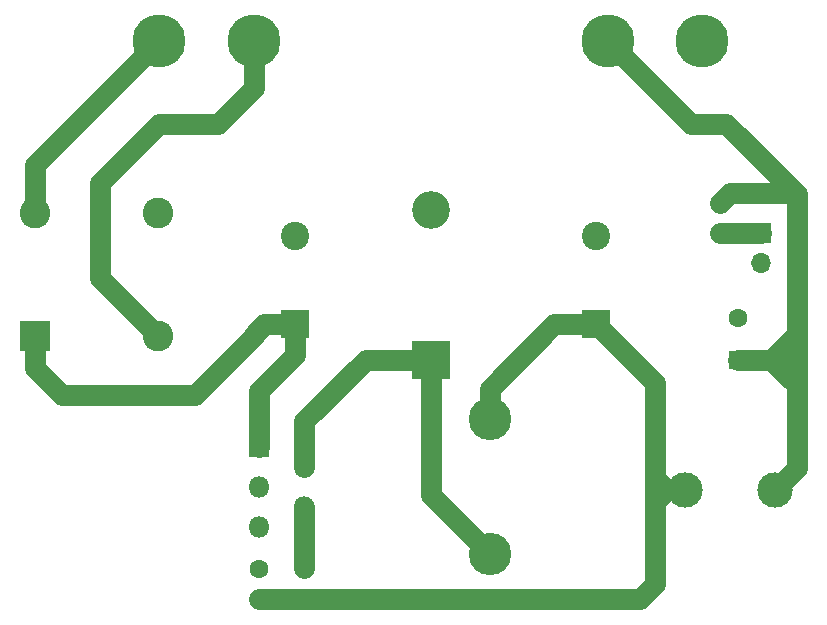
<source format=gbr>
G04 #@! TF.GenerationSoftware,KiCad,Pcbnew,(5.1.5)-3*
G04 #@! TF.CreationDate,2020-11-24T14:20:47+02:00*
G04 #@! TF.ProjectId,c64-wedge-psu-pcb,6336342d-7765-4646-9765-2d7073752d70,rev?*
G04 #@! TF.SameCoordinates,Original*
G04 #@! TF.FileFunction,Copper,L1,Top*
G04 #@! TF.FilePolarity,Positive*
%FSLAX46Y46*%
G04 Gerber Fmt 4.6, Leading zero omitted, Abs format (unit mm)*
G04 Created by KiCad (PCBNEW (5.1.5)-3) date 2020-11-24 14:20:47*
%MOMM*%
%LPD*%
G04 APERTURE LIST*
%ADD10O,1.600000X1.600000*%
%ADD11C,1.600000*%
%ADD12O,1.800000X1.800000*%
%ADD13R,1.800000X1.800000*%
%ADD14C,2.400000*%
%ADD15R,2.400000X2.400000*%
%ADD16C,3.000000*%
%ADD17R,1.600000X1.600000*%
%ADD18O,3.200000X3.200000*%
%ADD19R,3.200000X3.200000*%
%ADD20C,3.600000*%
%ADD21R,1.700000X1.700000*%
%ADD22O,1.700000X1.700000*%
%ADD23C,2.600000*%
%ADD24R,2.600000X2.600000*%
%ADD25C,4.500880*%
%ADD26C,1.800000*%
G04 APERTURE END LIST*
D10*
X112500000Y-110290000D03*
D11*
X112500000Y-107750000D03*
D10*
X151500000Y-79250000D03*
D11*
X151500000Y-76710000D03*
D10*
X116300000Y-110290000D03*
D11*
X116300000Y-107750000D03*
D12*
X112500000Y-104150000D03*
X116300000Y-102450000D03*
X112500000Y-100750000D03*
X116300000Y-99050000D03*
D13*
X112500000Y-97350000D03*
D14*
X141000000Y-79500000D03*
D15*
X141000000Y-87000000D03*
D14*
X115500000Y-79500000D03*
D15*
X115500000Y-87000000D03*
D16*
X156120000Y-101000000D03*
X148500000Y-101000000D03*
D11*
X153000000Y-86500000D03*
D17*
X153000000Y-90000000D03*
D18*
X127000000Y-77300000D03*
D19*
X127000000Y-90000000D03*
D20*
X132000000Y-95000000D03*
X132000000Y-106440000D03*
D21*
X155000000Y-79250000D03*
D22*
X155000000Y-81790000D03*
D23*
X93500000Y-77600000D03*
D24*
X93500000Y-88000000D03*
D23*
X103900000Y-88000000D03*
X103900000Y-77600000D03*
D25*
X150000000Y-63000000D03*
X142000000Y-63000000D03*
X112000000Y-63000000D03*
X104000000Y-63000000D03*
D26*
X93500000Y-90700000D02*
X95800000Y-93000000D01*
X93500000Y-88000000D02*
X93500000Y-90700000D01*
X95800000Y-93000000D02*
X107000000Y-93000000D01*
X107000000Y-93000000D02*
X112000000Y-88000000D01*
X112900000Y-87000000D02*
X115500000Y-87000000D01*
X112000000Y-88000000D02*
X112000000Y-87900000D01*
X112000000Y-87900000D02*
X112900000Y-87000000D01*
X112500000Y-92600000D02*
X112500000Y-97350000D01*
X115500000Y-87000000D02*
X115500000Y-89600000D01*
X115500000Y-89600000D02*
X112500000Y-92600000D01*
X146000000Y-92000000D02*
X141000000Y-87000000D01*
X132500000Y-106440000D02*
X132500000Y-106500000D01*
X116300000Y-110290000D02*
X112500000Y-110290000D01*
X116300000Y-110290000D02*
X131500000Y-110250000D01*
X131500000Y-110250000D02*
X133500000Y-110250000D01*
X146000000Y-109000000D02*
X146000000Y-102000000D01*
X146000000Y-102000000D02*
X147000000Y-101000000D01*
X133500000Y-110250000D02*
X144710000Y-110290000D01*
X144710000Y-110290000D02*
X146000000Y-109000000D01*
X147000000Y-101000000D02*
X146000000Y-100000000D01*
X146000000Y-92000000D02*
X146000000Y-100000000D01*
X146000000Y-100000000D02*
X146000000Y-102000000D01*
X148500000Y-101000000D02*
X147000000Y-101000000D01*
X132000000Y-92454416D02*
X137454416Y-87000000D01*
X132000000Y-95000000D02*
X132000000Y-92454416D01*
X137454416Y-87000000D02*
X141000000Y-87000000D01*
X93500000Y-73500000D02*
X93500000Y-77600000D01*
X104000000Y-63000000D02*
X93500000Y-73500000D01*
X99000000Y-83100000D02*
X103900000Y-88000000D01*
X99000000Y-75000000D02*
X99000000Y-83100000D01*
X112000000Y-63000000D02*
X112000000Y-67000000D01*
X112000000Y-67000000D02*
X109000000Y-70000000D01*
X104000000Y-70000000D02*
X99000000Y-75000000D01*
X109000000Y-70000000D02*
X104000000Y-70000000D01*
X116300000Y-99050000D02*
X116300000Y-95200000D01*
X116300000Y-95200000D02*
X121500000Y-90000000D01*
X121500000Y-90000000D02*
X127000000Y-90000000D01*
X127000000Y-101440000D02*
X132000000Y-106440000D01*
X127000000Y-90000000D02*
X127000000Y-101440000D01*
X142000000Y-63000000D02*
X143000000Y-63000000D01*
X156120000Y-101000000D02*
X156636000Y-101000000D01*
X156120000Y-101000000D02*
X158000000Y-99120000D01*
X149000000Y-70000000D02*
X142000000Y-63000000D01*
X152000000Y-70000000D02*
X149000000Y-70000000D01*
X158000000Y-76000000D02*
X152000000Y-70000000D01*
X155800000Y-90000000D02*
X157800000Y-92000000D01*
X157800000Y-92000000D02*
X158000000Y-92000000D01*
X153000000Y-90000000D02*
X155800000Y-90000000D01*
X158000000Y-99120000D02*
X158000000Y-92000000D01*
X158000000Y-87800000D02*
X158000000Y-87750000D01*
X155800000Y-90000000D02*
X158000000Y-87800000D01*
X158000000Y-92000000D02*
X158000000Y-87750000D01*
X158000000Y-87750000D02*
X158000000Y-76000000D01*
X157910001Y-75910001D02*
X158000000Y-76000000D01*
X151500000Y-76710000D02*
X152299999Y-75910001D01*
X152299999Y-75910001D02*
X157910001Y-75910001D01*
X151500000Y-79250000D02*
X155000000Y-79250000D01*
X116300000Y-107639982D02*
X116299710Y-107639982D01*
X116300000Y-102450000D02*
X116300000Y-107639982D01*
M02*

</source>
